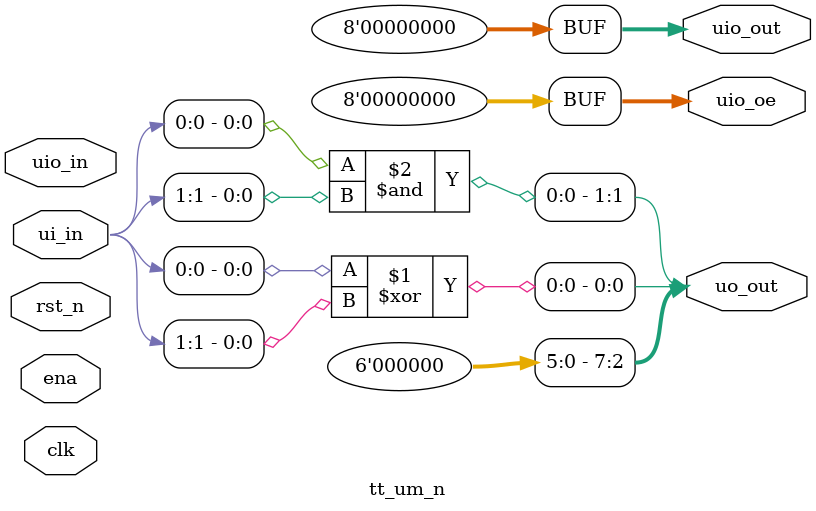
<source format=v>
/*
 * Copyright (c) 2024 Your Name
 * SPDX-License-Identifier: Apache-2.0
 */

`default_nettype none

module tt_um_n (
    input  wire [7:0] ui_in,    // Dedicated inputs
    output wire [7:0] uo_out,   // Dedicated outputs
    input  wire [7:0] uio_in,   // IOs: Input path
    output wire [7:0] uio_out,  // IOs: Output path
    output wire [7:0] uio_oe,   // IOs: Enable path (active high: 0=input, 1=output)
    input  wire       ena,      // always 1 when the design is powered, so you can ignore it
    input  wire       clk,      // clock
    input  wire       rst_n     // reset_n - low to reset
);

  // All output pins must be assigned. If not used, assign to 0.
 // assign uo_out  = ui_in + uio_in;  // Example: ou_out is the sum of ui_in and uio_in
  assign uio_out = 0;
  assign uio_oe  = 0;
    assign uo_out[0]=ui_in[0] ^ ui_in[1];
    assign uo_out[1]=ui_in[0] & ui_in[1];
    assign uo_out[7:2]=6'b0;
endmodule

</source>
